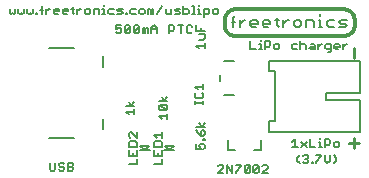
<source format=gto>
G75*
G70*
%OFA0B0*%
%FSLAX24Y24*%
%IPPOS*%
%LPD*%
%AMOC8*
5,1,8,0,0,1.08239X$1,22.5*
%
%ADD10C,0.0120*%
%ADD11C,0.0050*%
%ADD12C,0.0080*%
%ADD13C,0.0100*%
%ADD14C,0.0070*%
D10*
X008635Y005320D02*
X012255Y005320D01*
X012291Y005323D01*
X012327Y005329D01*
X012362Y005339D01*
X012396Y005352D01*
X012428Y005369D01*
X012459Y005388D01*
X012487Y005410D01*
X012514Y005436D01*
X012537Y005463D01*
X012558Y005493D01*
X012576Y005524D01*
X012591Y005558D01*
X012602Y005592D01*
X012610Y005628D01*
X012614Y005664D01*
X012615Y005700D01*
X012615Y005830D01*
X012614Y005866D01*
X012610Y005902D01*
X012602Y005938D01*
X012591Y005972D01*
X012576Y006006D01*
X012558Y006037D01*
X012537Y006067D01*
X012514Y006094D01*
X012487Y006120D01*
X012459Y006142D01*
X012428Y006161D01*
X012396Y006178D01*
X012362Y006191D01*
X012327Y006201D01*
X012291Y006207D01*
X012255Y006210D01*
X008635Y006210D01*
X008635Y006209D02*
X008598Y006206D01*
X008561Y006198D01*
X008526Y006187D01*
X008491Y006173D01*
X008459Y006155D01*
X008428Y006134D01*
X008399Y006111D01*
X008373Y006084D01*
X008349Y006055D01*
X008328Y006024D01*
X008311Y005991D01*
X008297Y005957D01*
X008286Y005921D01*
X008279Y005884D01*
X008275Y005847D01*
X008276Y005810D01*
X008275Y005810D02*
X008275Y005700D01*
X008276Y005664D01*
X008280Y005628D01*
X008288Y005592D01*
X008299Y005558D01*
X008314Y005524D01*
X008332Y005493D01*
X008353Y005463D01*
X008376Y005436D01*
X008403Y005410D01*
X008431Y005388D01*
X008462Y005369D01*
X008494Y005352D01*
X008528Y005339D01*
X008563Y005329D01*
X008599Y005323D01*
X008635Y005320D01*
D11*
X002500Y000830D02*
X002455Y000875D01*
X002455Y001100D01*
X002635Y001100D02*
X002635Y000875D01*
X002590Y000830D01*
X002500Y000830D01*
X002750Y000875D02*
X002795Y000830D01*
X002885Y000830D01*
X002930Y000875D01*
X002930Y000920D01*
X002885Y000965D01*
X002795Y000965D01*
X002750Y001010D01*
X002750Y001055D01*
X002795Y001100D01*
X002885Y001100D01*
X002930Y001055D01*
X003044Y001100D02*
X003179Y001100D01*
X003224Y001055D01*
X003224Y001010D01*
X003179Y000965D01*
X003044Y000965D01*
X003179Y000965D02*
X003224Y000920D01*
X003224Y000875D01*
X003179Y000830D01*
X003044Y000830D01*
X003044Y001100D01*
X005071Y001043D02*
X005341Y001043D01*
X005341Y001223D01*
X005341Y001337D02*
X005071Y001337D01*
X005071Y001517D01*
X005071Y001632D02*
X005071Y001767D01*
X005116Y001812D01*
X005296Y001812D01*
X005341Y001767D01*
X005341Y001632D01*
X005071Y001632D01*
X005341Y001517D02*
X005341Y001337D01*
X005206Y001337D02*
X005206Y001427D01*
X005915Y001337D02*
X006185Y001337D01*
X006185Y001517D01*
X006185Y001632D02*
X006185Y001767D01*
X006140Y001812D01*
X005960Y001812D01*
X005915Y001767D01*
X005915Y001632D01*
X006185Y001632D01*
X005915Y001517D02*
X005915Y001337D01*
X006050Y001337D02*
X006050Y001427D01*
X006185Y001223D02*
X006185Y001042D01*
X005915Y001042D01*
X007335Y001555D02*
X007335Y001735D01*
X007425Y001690D02*
X007470Y001735D01*
X007560Y001735D01*
X007605Y001690D01*
X007605Y001600D01*
X007560Y001555D01*
X007470Y001555D02*
X007425Y001645D01*
X007425Y001690D01*
X007470Y001555D02*
X007335Y001555D01*
X007560Y001850D02*
X007560Y001895D01*
X007605Y001895D01*
X007605Y001850D01*
X007560Y001850D01*
X007560Y001997D02*
X007470Y001997D01*
X007470Y002132D01*
X007515Y002177D01*
X007560Y002177D01*
X007605Y002132D01*
X007605Y002042D01*
X007560Y001997D01*
X007470Y001997D02*
X007380Y002087D01*
X007335Y002177D01*
X007335Y002292D02*
X007605Y002292D01*
X007515Y002292D02*
X007425Y002427D01*
X007515Y002292D02*
X007605Y002427D01*
X007555Y003055D02*
X007555Y003145D01*
X007555Y003100D02*
X007285Y003100D01*
X007285Y003055D02*
X007285Y003145D01*
X007330Y003251D02*
X007510Y003251D01*
X007555Y003296D01*
X007555Y003387D01*
X007510Y003432D01*
X007555Y003546D02*
X007555Y003726D01*
X007555Y003636D02*
X007285Y003636D01*
X007375Y003546D01*
X007330Y003432D02*
X007285Y003387D01*
X007285Y003296D01*
X007330Y003251D01*
X006355Y003279D02*
X006265Y003144D01*
X006175Y003279D01*
X006085Y003144D02*
X006355Y003144D01*
X006310Y003030D02*
X006355Y002985D01*
X006355Y002895D01*
X006310Y002850D01*
X006130Y003030D01*
X006310Y003030D01*
X006130Y003030D02*
X006085Y002985D01*
X006085Y002895D01*
X006130Y002850D01*
X006310Y002850D01*
X006355Y002735D02*
X006355Y002555D01*
X006355Y002645D02*
X006085Y002645D01*
X006175Y002555D01*
X006185Y002107D02*
X006185Y001926D01*
X006185Y002017D02*
X005915Y002017D01*
X006005Y001926D01*
X005341Y001926D02*
X005161Y002107D01*
X005116Y002107D01*
X005071Y002062D01*
X005071Y001972D01*
X005116Y001926D01*
X005341Y001926D02*
X005341Y002107D01*
X005255Y002705D02*
X005255Y002885D01*
X005255Y003000D02*
X004985Y003000D01*
X005075Y003135D02*
X005165Y003000D01*
X005255Y003135D01*
X005255Y002795D02*
X004985Y002795D01*
X005075Y002705D01*
X008055Y000980D02*
X008100Y001025D01*
X008190Y001025D01*
X008235Y000980D01*
X008235Y000935D01*
X008055Y000755D01*
X008235Y000755D01*
X008350Y000755D02*
X008350Y001025D01*
X008530Y000755D01*
X008530Y001025D01*
X008644Y001025D02*
X008824Y001025D01*
X008824Y000980D01*
X008644Y000800D01*
X008644Y000755D01*
X008939Y000800D02*
X009119Y000980D01*
X009119Y000800D01*
X009074Y000755D01*
X008984Y000755D01*
X008939Y000800D01*
X008939Y000980D01*
X008984Y001025D01*
X009074Y001025D01*
X009119Y000980D01*
X009234Y000980D02*
X009279Y001025D01*
X009369Y001025D01*
X009414Y000980D01*
X009234Y000800D01*
X009279Y000755D01*
X009369Y000755D01*
X009414Y000800D01*
X009414Y000980D01*
X009528Y000980D02*
X009573Y001025D01*
X009663Y001025D01*
X009708Y000980D01*
X009708Y000935D01*
X009528Y000755D01*
X009708Y000755D01*
X009234Y000800D02*
X009234Y000980D01*
X010530Y001605D02*
X010710Y001605D01*
X010620Y001605D02*
X010620Y001875D01*
X010530Y001785D01*
X010825Y001785D02*
X011005Y001605D01*
X011119Y001605D02*
X011299Y001605D01*
X011414Y001605D02*
X011504Y001605D01*
X011459Y001605D02*
X011459Y001785D01*
X011414Y001785D01*
X011459Y001875D02*
X011459Y001920D01*
X011610Y001875D02*
X011746Y001875D01*
X011791Y001830D01*
X011791Y001740D01*
X011746Y001695D01*
X011610Y001695D01*
X011610Y001605D02*
X011610Y001875D01*
X011905Y001740D02*
X011905Y001650D01*
X011950Y001605D01*
X012040Y001605D01*
X012085Y001650D01*
X012085Y001740D01*
X012040Y001785D01*
X011950Y001785D01*
X011905Y001740D01*
X011908Y001350D02*
X011998Y001260D01*
X011998Y001170D01*
X011908Y001080D01*
X011793Y001170D02*
X011793Y001350D01*
X011793Y001170D02*
X011703Y001080D01*
X011613Y001170D01*
X011613Y001350D01*
X011499Y001350D02*
X011499Y001305D01*
X011318Y001125D01*
X011318Y001080D01*
X011216Y001080D02*
X011216Y001125D01*
X011171Y001125D01*
X011171Y001080D01*
X011216Y001080D01*
X011057Y001125D02*
X011012Y001080D01*
X010921Y001080D01*
X010876Y001125D01*
X010770Y001080D02*
X010680Y001170D01*
X010680Y001260D01*
X010770Y001350D01*
X010876Y001305D02*
X010921Y001350D01*
X011012Y001350D01*
X011057Y001305D01*
X011057Y001260D01*
X011012Y001215D01*
X011057Y001170D01*
X011057Y001125D01*
X011012Y001215D02*
X010967Y001215D01*
X011318Y001350D02*
X011499Y001350D01*
X011119Y001605D02*
X011119Y001875D01*
X011005Y001785D02*
X010825Y001605D01*
X009754Y002124D02*
X009754Y002478D01*
X009937Y002478D01*
X009937Y004171D01*
X009754Y004171D01*
X009754Y004486D01*
X012785Y004486D01*
X012785Y003426D01*
X012785Y003423D02*
X011644Y003423D01*
X011644Y003187D01*
X012785Y003187D01*
X012785Y003184D02*
X012785Y002124D01*
X009754Y002124D01*
X011725Y004790D02*
X011770Y004790D01*
X011815Y004835D01*
X011815Y005060D01*
X011680Y005060D01*
X011635Y005015D01*
X011635Y004925D01*
X011680Y004880D01*
X011815Y004880D01*
X011929Y004925D02*
X011929Y005015D01*
X011974Y005060D01*
X012064Y005060D01*
X012109Y005015D01*
X012109Y004970D01*
X011929Y004970D01*
X011929Y004925D02*
X011974Y004880D01*
X012064Y004880D01*
X012224Y004880D02*
X012224Y005060D01*
X012224Y004970D02*
X012314Y005060D01*
X012359Y005060D01*
X011524Y005060D02*
X011479Y005060D01*
X011389Y004970D01*
X011389Y004880D02*
X011389Y005060D01*
X011274Y005015D02*
X011274Y004880D01*
X011139Y004880D01*
X011094Y004925D01*
X011139Y004970D01*
X011274Y004970D01*
X011274Y005015D02*
X011229Y005060D01*
X011139Y005060D01*
X010980Y005015D02*
X010980Y004880D01*
X010980Y005015D02*
X010935Y005060D01*
X010845Y005060D01*
X010800Y005015D01*
X010685Y005060D02*
X010550Y005060D01*
X010505Y005015D01*
X010505Y004925D01*
X010550Y004880D01*
X010685Y004880D01*
X010800Y004880D02*
X010800Y005150D01*
X010096Y005015D02*
X010096Y004925D01*
X010051Y004880D01*
X009961Y004880D01*
X009916Y004925D01*
X009916Y005015D01*
X009961Y005060D01*
X010051Y005060D01*
X010096Y005015D01*
X009801Y005015D02*
X009756Y004970D01*
X009621Y004970D01*
X009621Y004880D02*
X009621Y005150D01*
X009756Y005150D01*
X009801Y005105D01*
X009801Y005015D01*
X009515Y004880D02*
X009425Y004880D01*
X009470Y004880D02*
X009470Y005060D01*
X009425Y005060D01*
X009470Y005150D02*
X009470Y005195D01*
X009130Y005150D02*
X009130Y004880D01*
X009310Y004880D01*
X007605Y004905D02*
X007605Y005085D01*
X007560Y005200D02*
X007425Y005200D01*
X007560Y005200D02*
X007605Y005245D01*
X007605Y005380D01*
X007425Y005380D01*
X007470Y005494D02*
X007470Y005584D01*
X007605Y005494D02*
X007335Y005494D01*
X007335Y005674D01*
X007192Y005630D02*
X007147Y005675D01*
X007057Y005675D01*
X007012Y005630D01*
X007012Y005450D01*
X007057Y005405D01*
X007147Y005405D01*
X007192Y005450D01*
X006898Y005675D02*
X006718Y005675D01*
X006808Y005675D02*
X006808Y005405D01*
X006603Y005540D02*
X006558Y005495D01*
X006423Y005495D01*
X006603Y005540D02*
X006603Y005630D01*
X006558Y005675D01*
X006423Y005675D01*
X006423Y005405D01*
X006014Y005405D02*
X006014Y005585D01*
X005924Y005675D01*
X005834Y005585D01*
X005834Y005405D01*
X005719Y005405D02*
X005719Y005540D01*
X005674Y005585D01*
X005629Y005540D01*
X005629Y005405D01*
X005539Y005405D02*
X005539Y005585D01*
X005584Y005585D01*
X005629Y005540D01*
X005834Y005540D02*
X006014Y005540D01*
X005424Y005450D02*
X005379Y005405D01*
X005289Y005405D01*
X005244Y005450D01*
X005424Y005630D01*
X005424Y005450D01*
X005244Y005450D02*
X005244Y005630D01*
X005289Y005675D01*
X005379Y005675D01*
X005424Y005630D01*
X005130Y005630D02*
X004950Y005450D01*
X004995Y005405D01*
X005085Y005405D01*
X005130Y005450D01*
X005130Y005630D01*
X005085Y005675D01*
X004995Y005675D01*
X004950Y005630D01*
X004950Y005450D01*
X004835Y005450D02*
X004835Y005540D01*
X004790Y005585D01*
X004745Y005585D01*
X004655Y005540D01*
X004655Y005675D01*
X004835Y005675D01*
X004835Y005450D02*
X004790Y005405D01*
X004700Y005405D01*
X004655Y005450D01*
X004690Y006055D02*
X004825Y006055D01*
X004870Y006100D01*
X004825Y006145D01*
X004735Y006145D01*
X004690Y006190D01*
X004735Y006235D01*
X004870Y006235D01*
X004985Y006100D02*
X005030Y006100D01*
X005030Y006055D01*
X004985Y006055D01*
X004985Y006100D01*
X005132Y006100D02*
X005177Y006055D01*
X005312Y006055D01*
X005427Y006100D02*
X005472Y006055D01*
X005562Y006055D01*
X005607Y006100D01*
X005607Y006190D01*
X005562Y006235D01*
X005472Y006235D01*
X005427Y006190D01*
X005427Y006100D01*
X005312Y006235D02*
X005177Y006235D01*
X005132Y006190D01*
X005132Y006100D01*
X004575Y006055D02*
X004440Y006055D01*
X004395Y006100D01*
X004395Y006190D01*
X004440Y006235D01*
X004575Y006235D01*
X004289Y006055D02*
X004199Y006055D01*
X004244Y006055D02*
X004244Y006235D01*
X004199Y006235D01*
X004084Y006190D02*
X004084Y006055D01*
X003904Y006055D02*
X003904Y006235D01*
X004039Y006235D01*
X004084Y006190D01*
X004244Y006325D02*
X004244Y006370D01*
X003790Y006190D02*
X003745Y006235D01*
X003655Y006235D01*
X003610Y006190D01*
X003610Y006100D01*
X003655Y006055D01*
X003745Y006055D01*
X003790Y006100D01*
X003790Y006190D01*
X003499Y006235D02*
X003454Y006235D01*
X003364Y006145D01*
X003364Y006055D02*
X003364Y006235D01*
X003258Y006235D02*
X003168Y006235D01*
X003213Y006280D02*
X003213Y006100D01*
X003258Y006055D01*
X003053Y006145D02*
X003053Y006190D01*
X003008Y006235D01*
X002918Y006235D01*
X002873Y006190D01*
X002873Y006100D01*
X002918Y006055D01*
X003008Y006055D01*
X003053Y006145D02*
X002873Y006145D01*
X002758Y006145D02*
X002758Y006190D01*
X002713Y006235D01*
X002623Y006235D01*
X002578Y006190D01*
X002578Y006100D01*
X002623Y006055D01*
X002713Y006055D01*
X002758Y006145D02*
X002578Y006145D01*
X002468Y006235D02*
X002423Y006235D01*
X002333Y006145D01*
X002333Y006055D02*
X002333Y006235D01*
X002226Y006190D02*
X002136Y006190D01*
X002181Y006280D02*
X002226Y006325D01*
X002181Y006280D02*
X002181Y006055D01*
X002034Y006055D02*
X001989Y006055D01*
X001989Y006100D01*
X002034Y006100D01*
X002034Y006055D01*
X001874Y006100D02*
X001874Y006235D01*
X001874Y006100D02*
X001829Y006055D01*
X001784Y006100D01*
X001739Y006055D01*
X001694Y006100D01*
X001694Y006235D01*
X001580Y006235D02*
X001580Y006100D01*
X001535Y006055D01*
X001490Y006100D01*
X001445Y006055D01*
X001400Y006100D01*
X001400Y006235D01*
X001285Y006235D02*
X001285Y006100D01*
X001240Y006055D01*
X001195Y006100D01*
X001150Y006055D01*
X001105Y006100D01*
X001105Y006235D01*
X005721Y006235D02*
X005721Y006055D01*
X005811Y006055D02*
X005811Y006190D01*
X005856Y006235D01*
X005901Y006190D01*
X005901Y006055D01*
X006016Y006055D02*
X006196Y006325D01*
X006311Y006235D02*
X006311Y006100D01*
X006356Y006055D01*
X006491Y006055D01*
X006491Y006235D01*
X006605Y006190D02*
X006650Y006145D01*
X006740Y006145D01*
X006785Y006100D01*
X006740Y006055D01*
X006605Y006055D01*
X006605Y006190D02*
X006650Y006235D01*
X006785Y006235D01*
X006900Y006235D02*
X007035Y006235D01*
X007080Y006190D01*
X007080Y006100D01*
X007035Y006055D01*
X006900Y006055D01*
X006900Y006325D01*
X007194Y006325D02*
X007240Y006325D01*
X007240Y006055D01*
X007285Y006055D02*
X007194Y006055D01*
X007391Y006055D02*
X007481Y006055D01*
X007436Y006055D02*
X007436Y006235D01*
X007391Y006235D01*
X007587Y006235D02*
X007722Y006235D01*
X007767Y006190D01*
X007767Y006100D01*
X007722Y006055D01*
X007587Y006055D01*
X007587Y005965D02*
X007587Y006235D01*
X007436Y006325D02*
X007436Y006370D01*
X007882Y006190D02*
X007882Y006100D01*
X007927Y006055D01*
X008017Y006055D01*
X008062Y006100D01*
X008062Y006190D01*
X008017Y006235D01*
X007927Y006235D01*
X007882Y006190D01*
X005811Y006190D02*
X005766Y006235D01*
X005721Y006235D01*
X007335Y004995D02*
X007605Y004995D01*
X007425Y004905D02*
X007335Y004995D01*
D12*
X008261Y004490D02*
X008599Y004490D01*
X008111Y004036D02*
X008111Y003824D01*
X008261Y003370D02*
X008599Y003370D01*
X008379Y001844D02*
X008379Y001529D01*
X008615Y001529D01*
X009245Y001529D02*
X009481Y001529D01*
X009481Y001844D01*
X004229Y002210D02*
X004229Y002564D01*
X003245Y001934D02*
X002418Y001934D01*
X004229Y004296D02*
X004229Y004650D01*
X003245Y004926D02*
X002418Y004926D01*
X008505Y005795D02*
X008628Y005795D01*
X008781Y005733D02*
X008905Y005857D01*
X008966Y005857D01*
X009127Y005795D02*
X009188Y005857D01*
X009312Y005857D01*
X009373Y005795D01*
X009373Y005733D01*
X009127Y005733D01*
X009127Y005672D02*
X009127Y005795D01*
X009127Y005672D02*
X009188Y005610D01*
X009312Y005610D01*
X009541Y005672D02*
X009603Y005610D01*
X009726Y005610D01*
X009541Y005672D02*
X009541Y005795D01*
X009603Y005857D01*
X009726Y005857D01*
X009788Y005795D01*
X009788Y005733D01*
X009541Y005733D01*
X009955Y005857D02*
X010079Y005857D01*
X010017Y005919D02*
X010017Y005672D01*
X010079Y005610D01*
X010231Y005610D02*
X010231Y005857D01*
X010231Y005733D02*
X010355Y005857D01*
X010417Y005857D01*
X010577Y005795D02*
X010577Y005672D01*
X010638Y005610D01*
X010762Y005610D01*
X010824Y005672D01*
X010824Y005795D01*
X010762Y005857D01*
X010638Y005857D01*
X010577Y005795D01*
X010991Y005857D02*
X010991Y005610D01*
X011238Y005610D02*
X011238Y005795D01*
X011176Y005857D01*
X010991Y005857D01*
X011405Y005857D02*
X011467Y005857D01*
X011467Y005610D01*
X011405Y005610D02*
X011529Y005610D01*
X011682Y005672D02*
X011743Y005610D01*
X011929Y005610D01*
X012096Y005610D02*
X012281Y005610D01*
X012343Y005672D01*
X012281Y005733D01*
X012158Y005733D01*
X012096Y005795D01*
X012158Y005857D01*
X012343Y005857D01*
X011929Y005857D02*
X011743Y005857D01*
X011682Y005795D01*
X011682Y005672D01*
X011467Y005980D02*
X011467Y006042D01*
X008781Y005857D02*
X008781Y005610D01*
X008567Y005610D02*
X008567Y005919D01*
X008628Y005980D01*
D13*
X012590Y004930D02*
X012590Y004600D01*
X012590Y001910D02*
X012590Y001740D01*
X012740Y001740D01*
X012590Y001740D02*
X012430Y001740D01*
X012590Y001740D02*
X012590Y001580D01*
D14*
X012585Y001574D02*
X012585Y001901D01*
X012748Y001738D02*
X012421Y001738D01*
X012585Y004590D02*
X012585Y004917D01*
X006580Y001656D02*
X006280Y001656D01*
X006430Y001516D01*
X006600Y001516D01*
X006580Y001656D02*
X006430Y001515D01*
X006430Y001516D02*
X006260Y001516D01*
X005788Y001516D02*
X005618Y001516D01*
X005468Y001656D01*
X005768Y001656D01*
X005618Y001515D01*
X005618Y001516D02*
X005448Y001516D01*
M02*

</source>
